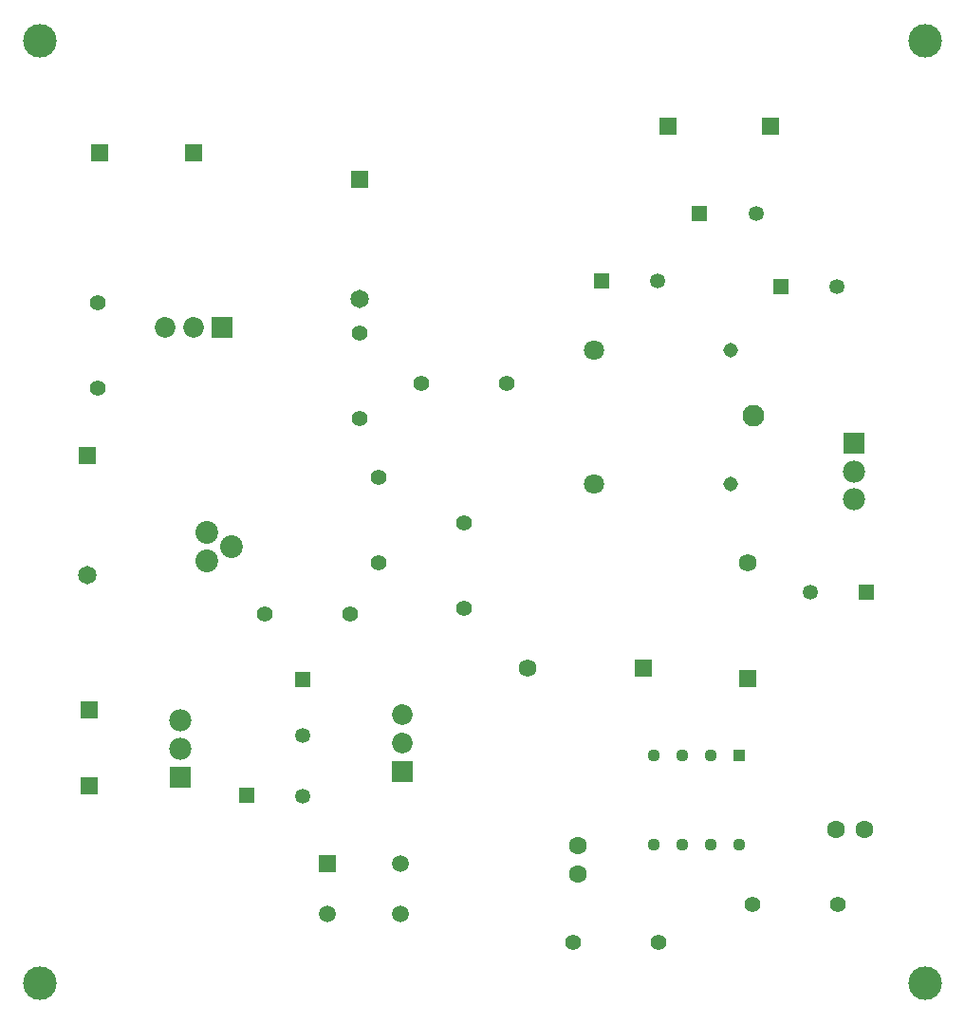
<source format=gbl>
G04*
G04 #@! TF.GenerationSoftware,Altium Limited,Altium Designer,22.8.2 (66)*
G04*
G04 Layer_Physical_Order=2*
G04 Layer_Color=16711680*
%FSLAX42Y42*%
%MOMM*%
G71*
G04*
G04 #@! TF.SameCoordinates,BD579F3B-DF16-4DD5-93A6-3DDDDBFC9B40*
G04*
G04*
G04 #@! TF.FilePolarity,Positive*
G04*
G01*
G75*
%ADD42C,1.40*%
%ADD43R,1.35X1.35*%
%ADD44C,1.35*%
%ADD45C,1.31*%
%ADD46C,1.80*%
%ADD47C,1.95*%
%ADD48R,1.50X1.50*%
%ADD49R,1.85X1.85*%
%ADD50C,1.85*%
%ADD51C,2.03*%
%ADD52R,1.65X1.65*%
%ADD53C,1.65*%
%ADD54R,1.59X1.59*%
%ADD55C,1.59*%
%ADD56R,1.98X1.98*%
%ADD57C,1.98*%
%ADD58C,1.60*%
%ADD59R,1.13X1.13*%
%ADD60C,1.13*%
%ADD61R,1.59X1.59*%
%ADD62R,1.35X1.35*%
%ADD63R,1.85X1.85*%
%ADD64C,1.50*%
%ADD65R,1.50X1.50*%
%ADD66C,3.00*%
%ADD67C,1.27*%
D42*
X3150Y6096D02*
D03*
Y5334D02*
D03*
X3708Y5651D02*
D03*
X4470D02*
D03*
X813Y6363D02*
D03*
Y5601D02*
D03*
X3327Y4813D02*
D03*
Y4051D02*
D03*
X2311Y3594D02*
D03*
X3073D02*
D03*
X4089Y3645D02*
D03*
Y4407D02*
D03*
X6655Y1003D02*
D03*
X7417D02*
D03*
X5817Y660D02*
D03*
X5055D02*
D03*
D43*
X7679Y3785D02*
D03*
X6189Y7163D02*
D03*
X6913Y6515D02*
D03*
X5313Y6566D02*
D03*
X2150Y1969D02*
D03*
D44*
X7179Y3785D02*
D03*
X6689Y7163D02*
D03*
X7413Y6515D02*
D03*
X5813Y6566D02*
D03*
X2642Y2506D02*
D03*
X2650Y1968D02*
D03*
D45*
X6465Y5947D02*
D03*
Y4747D02*
D03*
D46*
X5245D02*
D03*
Y5947D02*
D03*
D47*
X6665Y5359D02*
D03*
D48*
X5906Y7938D02*
D03*
X1676Y7709D02*
D03*
X6820Y7938D02*
D03*
X838Y7709D02*
D03*
X737Y2731D02*
D03*
Y2057D02*
D03*
D49*
X1930Y6147D02*
D03*
D50*
X1676D02*
D03*
X1422D02*
D03*
X3531Y2438D02*
D03*
Y2692D02*
D03*
D51*
X1791Y4318D02*
D03*
X2007Y4191D02*
D03*
X1791Y4064D02*
D03*
D52*
X3150Y7464D02*
D03*
X724Y5000D02*
D03*
D53*
X3150Y6404D02*
D03*
X724Y3940D02*
D03*
D54*
X5687Y3111D02*
D03*
D55*
X4651D02*
D03*
X6617Y4049D02*
D03*
D56*
X7566Y5118D02*
D03*
X1553Y2134D02*
D03*
D57*
X7566Y4864D02*
D03*
Y4611D02*
D03*
X1553Y2388D02*
D03*
Y2641D02*
D03*
D58*
X7404Y1664D02*
D03*
X7658D02*
D03*
X5105Y1270D02*
D03*
Y1524D02*
D03*
D59*
X6540Y2327D02*
D03*
D60*
X6287D02*
D03*
X6033D02*
D03*
X5778D02*
D03*
Y1533D02*
D03*
X6033D02*
D03*
X6287D02*
D03*
X6540D02*
D03*
D61*
X6617Y3013D02*
D03*
D62*
X2642Y3006D02*
D03*
D63*
X3531Y2184D02*
D03*
D64*
X2870Y914D02*
D03*
X3520D02*
D03*
Y1364D02*
D03*
D65*
X2870D02*
D03*
D66*
X8200Y300D02*
D03*
Y8700D02*
D03*
X300D02*
D03*
Y300D02*
D03*
D67*
X381Y267D02*
D03*
D03*
M02*

</source>
